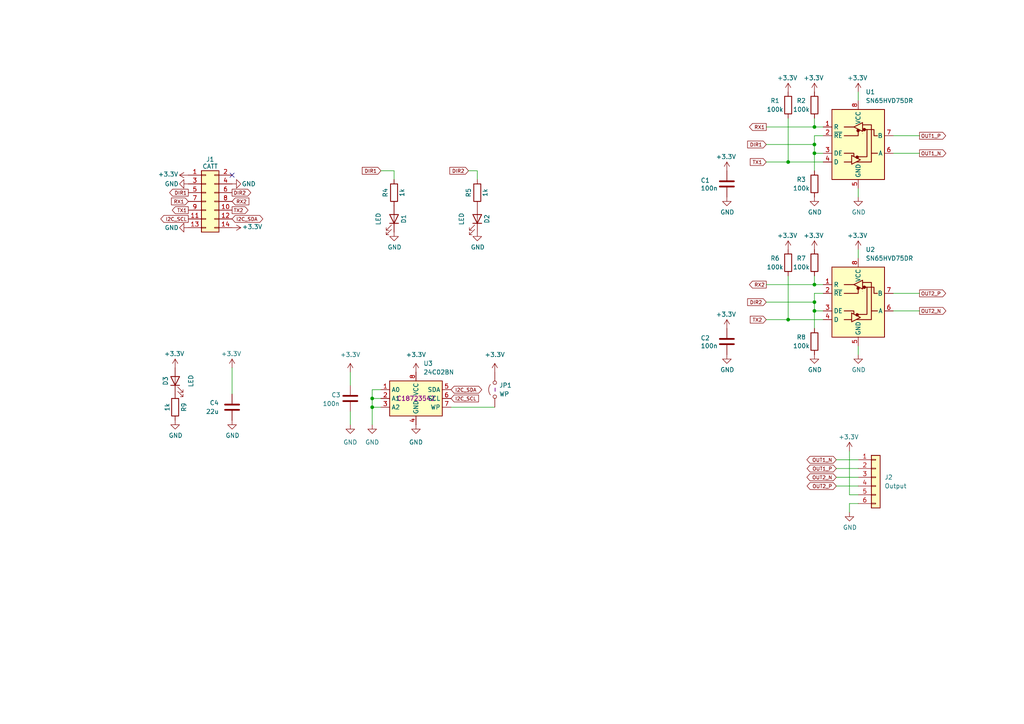
<source format=kicad_sch>
(kicad_sch (version 20250114) (generator "eeschema") (generator_version "9.0")
  (paper "A4")
  (title_block (title "CATT to RS-485 / RS-422") (date "2025-05-17") (rev "0.1") (company "Nicolai Electronics") (comment 1 "RS-485 and RS-422 adapter for the CATT connector"))
  (lib_symbols
    (symbol "Connector_Generic:Conn_01x06" (pin_names (offset 1.016) (hide yes))
      (property "Reference" "J" (at 0 7.62 0))
      (property "Value" "Conn_01x06" (at 0 -10.16 0))
      (symbol "Conn_01x06_1_1"
        (rectangle (start -1.27 6.35) (end 1.27 -8.89) (stroke (width 0.254)) (fill (type background)))
        (rectangle (start -1.27 5.207) (end 0 4.953) (stroke (width 0.1524)))
        (rectangle (start -1.27 2.667) (end 0 2.413) (stroke (width 0.1524)))
        (rectangle (start -1.27 0.127) (end 0 -0.127) (stroke (width 0.1524)))
        (rectangle (start -1.27 -2.413) (end 0 -2.667) (stroke (width 0.1524)))
        (rectangle (start -1.27 -4.953) (end 0 -5.207) (stroke (width 0.1524)))
        (rectangle (start -1.27 -7.493) (end 0 -7.747) (stroke (width 0.1524)))
        (pin passive line (at -5.08 5.08 0) (length 3.81) (name "Pin_1") (number "1"))
        (pin passive line (at -5.08 2.54 0) (length 3.81) (name "Pin_2") (number "2"))
        (pin passive line (at -5.08 0 0) (length 3.81) (name "Pin_3") (number "3"))
        (pin passive line (at -5.08 -2.54 0) (length 3.81) (name "Pin_4") (number "4"))
        (pin passive line (at -5.08 -5.08 0) (length 3.81) (name "Pin_5") (number "5"))
        (pin passive line (at -5.08 -7.62 0) (length 3.81) (name "Pin_6") (number "6"))
      )
    )
    (symbol "Connector_Generic:Conn_02x07_Odd_Even" (pin_names (offset 1.016) (hide yes))
      (property "Reference" "J" (at 1.27 10.16 0))
      (property "Value" "Conn_02x07_Odd_Even" (at 1.27 -10.16 0))
      (symbol "Conn_02x07_Odd_Even_1_1"
        (rectangle (start -1.27 8.89) (end 3.81 -8.89) (stroke (width 0.254)) (fill (type background)))
        (rectangle (start -1.27 7.747) (end 0 7.493) (stroke (width 0.1524)))
        (rectangle (start -1.27 5.207) (end 0 4.953) (stroke (width 0.1524)))
        (rectangle (start -1.27 2.667) (end 0 2.413) (stroke (width 0.1524)))
        (rectangle (start -1.27 0.127) (end 0 -0.127) (stroke (width 0.1524)))
        (rectangle (start -1.27 -2.413) (end 0 -2.667) (stroke (width 0.1524)))
        (rectangle (start -1.27 -4.953) (end 0 -5.207) (stroke (width 0.1524)))
        (rectangle (start -1.27 -7.493) (end 0 -7.747) (stroke (width 0.1524)))
        (rectangle (start 3.81 7.747) (end 2.54 7.493) (stroke (width 0.1524)))
        (rectangle (start 3.81 5.207) (end 2.54 4.953) (stroke (width 0.1524)))
        (rectangle (start 3.81 2.667) (end 2.54 2.413) (stroke (width 0.1524)))
        (rectangle (start 3.81 0.127) (end 2.54 -0.127) (stroke (width 0.1524)))
        (rectangle (start 3.81 -2.413) (end 2.54 -2.667) (stroke (width 0.1524)))
        (rectangle (start 3.81 -4.953) (end 2.54 -5.207) (stroke (width 0.1524)))
        (rectangle (start 3.81 -7.493) (end 2.54 -7.747) (stroke (width 0.1524)))
        (pin passive line (at -5.08 7.62 0) (length 3.81) (name "Pin_1") (number "1"))
        (pin passive line (at -5.08 5.08 0) (length 3.81) (name "Pin_3") (number "3"))
        (pin passive line (at -5.08 2.54 0) (length 3.81) (name "Pin_5") (number "5"))
        (pin passive line (at -5.08 0 0) (length 3.81) (name "Pin_7") (number "7"))
        (pin passive line (at -5.08 -2.54 0) (length 3.81) (name "Pin_9") (number "9"))
        (pin passive line (at -5.08 -5.08 0) (length 3.81) (name "Pin_11") (number "11"))
        (pin passive line (at -5.08 -7.62 0) (length 3.81) (name "Pin_13") (number "13"))
        (pin passive line (at 7.62 7.62 180) (length 3.81) (name "Pin_2") (number "2"))
        (pin passive line (at 7.62 5.08 180) (length 3.81) (name "Pin_4") (number "4"))
        (pin passive line (at 7.62 2.54 180) (length 3.81) (name "Pin_6") (number "6"))
        (pin passive line (at 7.62 0 180) (length 3.81) (name "Pin_8") (number "8"))
        (pin passive line (at 7.62 -2.54 180) (length 3.81) (name "Pin_10") (number "10"))
        (pin passive line (at 7.62 -5.08 180) (length 3.81) (name "Pin_12") (number "12"))
        (pin passive line (at 7.62 -7.62 180) (length 3.81) (name "Pin_14") (number "14"))
      )
    )
    (symbol "Device:C" (pin_numbers (hide yes)) (pin_names (offset 0.254))
      (property "Reference" "C" (at 0.635 2.54 0))
      (property "Value" "C" (at 0.635 -2.54 0))
      (symbol "C_0_1"
        (polyline (pts (xy -2.032 0.762) (xy 2.032 0.762)) (stroke (width 0.508)))
        (polyline (pts (xy -2.032 -0.762) (xy 2.032 -0.762)) (stroke (width 0.508)))
      )
      (symbol "C_1_1"
        (pin passive line (at 0 3.81 270) (length 2.794) (name "~") (number "1"))
        (pin passive line (at 0 -3.81 90) (length 2.794) (name "~") (number "2"))
      )
    )
    (symbol "Device:R" (pin_numbers (hide yes)) (pin_names (offset 0))
      (property "Reference" "R" (at 2.032 0 90))
      (property "Value" "R" (at 0 0 90))
      (symbol "R_0_1"
        (rectangle (start -1.016 -2.54) (end 1.016 2.54) (stroke (width 0.254)))
      )
      (symbol "R_1_1"
        (pin passive line (at 0 3.81 270) (length 1.27) (name "~") (number "1"))
        (pin passive line (at 0 -3.81 90) (length 1.27) (name "~") (number "2"))
      )
    )
    (symbol "Interface_UART:SN65HVD11HD"
      (property "Reference" "U" (at -7.62 12.7 0))
      (property "Value" "SN65HVD11HD" (at 2.54 12.7 0))
      (symbol "SN65HVD11HD_0_1"
        (rectangle (start -7.62 10.16) (end 7.62 -10.16) (stroke (width 0.254)) (fill (type background)))
        (polyline (pts (xy -4.064 5.08) (xy -1.27 5.08)) (stroke (width 0.254)))
        (polyline (pts (xy -4.064 -2.54) (xy -1.27 -2.54) (xy -1.27 -3.175)) (stroke (width 0.254)))
        (polyline (pts (xy -4.064 -5.08) (xy -1.905 -5.08)) (stroke (width 0.254)))
        (polyline (pts (xy -1.905 -3.175) (xy -1.905 -5.715) (xy 0.635 -4.445) (xy -1.905 -3.175)) (stroke (width 0.254)))
        (polyline (pts (xy -1.27 5.08) (xy 1.27 6.35) (xy 1.27 3.81) (xy -1.27 5.08)) (stroke (width 0.254)))
        (polyline (pts (xy -1.27 -3.2004) (xy -1.27 -3.4544)) (stroke (width 0.254)))
        (polyline (pts (xy -0.508 -5.08) (xy 3.81 -5.08) (xy 3.81 -2.54) (xy 5.588 -2.54)) (stroke (width 0.254)))
        (circle (center -0.3048 -3.683) (radius 0.3556) (stroke (width 0.254)) (fill (type outline)))
        (circle (center -0.0254 4.0386) (radius 0.3556) (stroke (width 0.254)) (fill (type outline)))
        (polyline (pts (xy 0 3.81) (xy 0 2.54) (xy -4.064 2.54)) (stroke (width 0.254)))
        (polyline (pts (xy 1.27 5.715) (xy 3.81 5.715) (xy 3.81 -2.54)) (stroke (width 0.254)))
        (rectangle (start 1.27 3.175) (end 1.27 3.175))
        (circle (center 1.778 4.318) (radius 0.3556) (stroke (width 0.254)) (fill (type outline)))
        (polyline (pts (xy 2.032 4.318) (xy 4.572 4.318) (xy 4.572 2.54) (xy 5.588 2.54)) (stroke (width 0.254)))
        (polyline (pts (xy 2.54 4.318) (xy 2.54 -3.556) (xy -0.254 -3.556)) (stroke (width 0.254)))
      )
      (symbol "SN65HVD11HD_1_1"
        (pin output line (at -10.16 5.08 0) (length 2.54) (name "R") (number "1"))
        (pin input line (at -10.16 2.54 0) (length 2.54) (name "~{RE}") (number "2"))
        (pin input line (at -10.16 -2.54 0) (length 2.54) (name "DE") (number "3"))
        (pin input line (at -10.16 -5.08 0) (length 2.54) (name "D") (number "4"))
        (pin power_in line (at 0 12.7 270) (length 2.54) (name "VCC") (number "8"))
        (pin power_in line (at 0 -12.7 90) (length 2.54) (name "GND") (number "5"))
        (pin bidirectional line (at 10.16 2.54 180) (length 2.54) (name "B") (number "7"))
        (pin bidirectional line (at 10.16 -2.54 180) (length 2.54) (name "A") (number "6"))
      )
    )
    (symbol "Jumper:Jumper_2_Open" (pin_numbers (hide yes)) (pin_names (offset 0) (hide yes)) (exclude_from_sim yes)
      (property "Reference" "JP" (at 0 2.794 0))
      (property "Value" "Jumper_2_Open" (at 0 -2.286 0))
      (symbol "Jumper_2_Open_0_0"
        (circle (center -2.032 0) (radius 0.508))
        (circle (center 2.032 0) (radius 0.508))
      )
      (symbol "Jumper_2_Open_0_1"
        (arc (start -1.524 1.27) (mid 0 1.778) (end 1.524 1.27))
      )
      (symbol "Jumper_2_Open_1_1"
        (pin passive line (at -5.08 0 0) (length 2.54) (name "A") (number "1"))
        (pin passive line (at 5.08 0 180) (length 2.54) (name "B") (number "2"))
      )
    )
    (symbol "Memory_EEPROM:AT24CS64-SSHM"
      (property "Reference" "U" (at -7.62 6.35 0))
      (property "Value" "AT24CS64-SSHM" (at 2.54 -6.35 0))
      (symbol "AT24CS64-SSHM_1_1"
        (rectangle (start -7.62 5.08) (end 7.62 -5.08) (stroke (width 0.254)) (fill (type background)))
        (pin input line (at -10.16 2.54 0) (length 2.54) (name "A0") (number "1"))
        (pin input line (at -10.16 0 0) (length 2.54) (name "A1") (number "2"))
        (pin input line (at -10.16 -2.54 0) (length 2.54) (name "A2") (number "3"))
        (pin power_in line (at 0 7.62 270) (length 2.54) (name "VCC") (number "8"))
        (pin power_in line (at 0 -7.62 90) (length 2.54) (name "GND") (number "4"))
        (pin bidirectional line (at 10.16 2.54 180) (length 2.54) (name "SDA") (number "5"))
        (pin input line (at 10.16 0 180) (length 2.54) (name "SCL") (number "6"))
        (pin input line (at 10.16 -2.54 180) (length 2.54) (name "WP") (number "7"))
      )
    )
    (symbol "SparkFun-LED:LED" (pin_numbers (hide yes)) (pin_names (offset 1.016) (hide yes))
      (property "Reference" "D" (at 0 2.54 0))
      (property "Value" "LED" (at 0 -2.54 0))
      (symbol "LED_0_1"
        (polyline (pts (xy -3.048 -0.762) (xy -4.572 -2.286) (xy -3.81 -2.286) (xy -4.572 -2.286) (xy -4.572 -1.524)))
        (polyline (pts (xy -1.778 -0.762) (xy -3.302 -2.286) (xy -2.54 -2.286) (xy -3.302 -2.286) (xy -3.302 -1.524)))
        (polyline (pts (xy -1.27 0) (xy 1.27 0)))
        (polyline (pts (xy -1.27 -1.27) (xy -1.27 1.27)) (stroke (width 0.254)))
        (polyline (pts (xy 1.27 -1.27) (xy 1.27 1.27) (xy -1.27 0) (xy 1.27 -1.27)) (stroke (width 0.254)))
      )
      (symbol "LED_1_1"
        (pin passive line (at -3.81 0 0) (length 2.54) (name "K") (number "1"))
        (pin passive line (at 3.81 0 180) (length 2.54) (name "A") (number "2"))
      )
    )
    (symbol "mch2021-rescue:C-Device" (pin_numbers (hide yes)) (pin_names (offset 0.254))
      (property "Reference" "C" (at 0.635 2.54 0))
      (property "Value" "C-Device" (at 0.635 -2.54 0))
      (symbol "C-Device_0_1"
        (polyline (pts (xy -2.032 0.762) (xy 2.032 0.762)) (stroke (width 0.508)))
        (polyline (pts (xy -2.032 -0.762) (xy 2.032 -0.762)) (stroke (width 0.508)))
      )
      (symbol "C-Device_1_1"
        (pin passive line (at 0 3.81 270) (length 2.794) (name "~") (number "1"))
        (pin passive line (at 0 -3.81 90) (length 2.794) (name "~") (number "2"))
      )
    )
    (symbol "mch2021-rescue:GND-power" (power) (pin_names (offset 0))
      (property "Value" "GND-power" (at 0 -3.81 0))
      (symbol "GND-power_0_1"
        (polyline (pts (xy 0 0) (xy 0 -1.27) (xy 1.27 -1.27) (xy 0 -2.54) (xy -1.27 -1.27) (xy 0 -1.27)))
      )
      (symbol "GND-power_1_1"
        (pin power_in line (at 0 0 270) (length 0) (hide yes) (name "GND") (number "1"))
      )
    )
    (symbol "power:+3.3V" (power) (pin_names (offset 0))
      (property "Value" "+3.3V" (at 0 3.556 0))
      (symbol "+3.3V_0_1"
        (polyline (pts (xy -0.762 1.27) (xy 0 2.54)))
        (polyline (pts (xy 0 2.54) (xy 0.762 1.27)))
        (polyline (pts (xy 0 0) (xy 0 2.54)))
      )
      (symbol "+3.3V_1_1"
        (pin power_in line (at 0 0 90) (length 0) (hide yes) (name "+3.3V") (number "1"))
      )
    )
    (symbol "power:GND" (power) (pin_numbers (hide yes)) (pin_names (offset 0) (hide yes))
      (property "Value" "GND" (at 0 -3.81 0))
      (symbol "GND_0_1"
        (polyline (pts (xy 0 0) (xy 0 -1.27) (xy 1.27 -1.27) (xy 0 -2.54) (xy -1.27 -1.27) (xy 0 -1.27)))
      )
      (symbol "GND_1_1"
        (pin power_in line (at 0 0 270) (length 0) (name "~") (number "1"))
      )
    )
    (symbol "power:GNDA" (power) (pin_numbers (hide yes)) (pin_names (offset 0) (hide yes))
      (property "Value" "GNDA" (at 0 -3.81 0))
      (symbol "GNDA_0_1"
        (polyline (pts (xy 0 0) (xy 0 -1.27) (xy 1.27 -1.27) (xy 0 -2.54) (xy -1.27 -1.27) (xy 0 -1.27)))
      )
      (symbol "GNDA_1_1"
        (pin power_in line (at 0 0 270) (length 0) (name "~") (number "1"))
      )
    )
    (symbol "symbols:R" (pin_numbers (hide yes)) (pin_names (offset 0))
      (property "Reference" "R" (at 2.032 0 90))
      (property "Value" "R" (at 0 0 90))
      (symbol "R_0_1"
        (rectangle (start -1.016 -2.54) (end 1.016 2.54) (stroke (width 0.254)))
      )
      (symbol "R_1_1"
        (pin passive line (at 0 3.81 270) (length 1.27) (name "~") (number "1"))
        (pin passive line (at 0 -3.81 90) (length 1.27) (name "~") (number "2"))
      )
    )
  )
  (junction (at 236.22 41.91))
  (junction (at 107.95 115.57))
  (junction (at 236.22 87.63))
  (junction (at 228.6 46.99))
  (junction (at 236.22 36.83))
  (junction (at 236.22 82.55))
  (junction (at 228.6 92.71))
  (junction (at 236.22 90.17))
  (junction (at 236.22 44.45))
  (junction (at 107.95 118.11))
  (no_connect (at 67.31 50.8))
  (wire (pts (xy 228.6 80.01) (xy 228.6 92.71)))
  (wire (pts (xy 266.7 85.09) (xy 259.08 85.09)))
  (wire (pts (xy 222.25 92.71) (xy 228.6 92.71)))
  (wire (pts (xy 135.89 49.53) (xy 138.43 49.53)))
  (wire (pts (xy 67.31 106.68) (xy 67.31 114.3)))
  (wire (pts (xy 222.25 46.99) (xy 228.6 46.99)))
  (wire (pts (xy 236.22 44.45) (xy 238.76 44.45)))
  (wire (pts (xy 242.57 140.97) (xy 248.92 140.97)))
  (wire (pts (xy 236.22 80.01) (xy 236.22 82.55)))
  (wire (pts (xy 248.92 26.67) (xy 248.92 29.21)))
  (wire (pts (xy 236.22 87.63) (xy 236.22 90.17)))
  (wire (pts (xy 101.6 123.19) (xy 101.6 119.38)))
  (wire (pts (xy 246.38 148.59) (xy 246.38 146.05)))
  (wire (pts (xy 242.57 135.89) (xy 248.92 135.89)))
  (wire (pts (xy 236.22 39.37) (xy 236.22 41.91)))
  (wire (pts (xy 110.49 49.53) (xy 114.3 49.53)))
  (wire (pts (xy 236.22 95.25) (xy 236.22 90.17)))
  (wire (pts (xy 107.95 118.11) (xy 110.49 118.11)))
  (wire (pts (xy 248.92 72.39) (xy 248.92 74.93)))
  (wire (pts (xy 259.08 44.45) (xy 266.7 44.45)))
  (wire (pts (xy 238.76 39.37) (xy 236.22 39.37)))
  (wire (pts (xy 107.95 113.03) (xy 110.49 113.03)))
  (wire (pts (xy 222.25 41.91) (xy 236.22 41.91)))
  (wire (pts (xy 107.95 123.19) (xy 107.95 118.11)))
  (wire (pts (xy 266.7 39.37) (xy 259.08 39.37)))
  (wire (pts (xy 222.25 36.83) (xy 236.22 36.83)))
  (wire (pts (xy 107.95 115.57) (xy 110.49 115.57)))
  (wire (pts (xy 248.92 102.87) (xy 248.92 100.33)))
  (wire (pts (xy 238.76 46.99) (xy 228.6 46.99)))
  (wire (pts (xy 114.3 52.07) (xy 114.3 49.53)))
  (wire (pts (xy 242.57 138.43) (xy 248.92 138.43)))
  (wire (pts (xy 236.22 41.91) (xy 236.22 44.45)))
  (wire (pts (xy 236.22 36.83) (xy 238.76 36.83)))
  (wire (pts (xy 236.22 85.09) (xy 236.22 87.63)))
  (wire (pts (xy 246.38 143.51) (xy 248.92 143.51)))
  (wire (pts (xy 130.81 118.11) (xy 143.51 118.11)))
  (wire (pts (xy 222.25 82.55) (xy 236.22 82.55)))
  (wire (pts (xy 246.38 146.05) (xy 248.92 146.05)))
  (wire (pts (xy 242.57 133.35) (xy 248.92 133.35)))
  (wire (pts (xy 138.43 49.53) (xy 138.43 52.07)))
  (wire (pts (xy 236.22 49.53) (xy 236.22 44.45)))
  (wire (pts (xy 248.92 57.15) (xy 248.92 54.61)))
  (wire (pts (xy 107.95 115.57) (xy 107.95 113.03)))
  (wire (pts (xy 236.22 90.17) (xy 238.76 90.17)))
  (wire (pts (xy 238.76 92.71) (xy 228.6 92.71)))
  (wire (pts (xy 236.22 82.55) (xy 238.76 82.55)))
  (wire (pts (xy 222.25 87.63) (xy 236.22 87.63)))
  (wire (pts (xy 228.6 34.29) (xy 228.6 46.99)))
  (wire (pts (xy 246.38 130.81) (xy 246.38 143.51)))
  (wire (pts (xy 101.6 107.95) (xy 101.6 111.76)))
  (wire (pts (xy 238.76 85.09) (xy 236.22 85.09)))
  (wire (pts (xy 107.95 118.11) (xy 107.95 115.57)))
  (wire (pts (xy 236.22 34.29) (xy 236.22 36.83)))
  (wire (pts (xy 259.08 90.17) (xy 266.7 90.17)))
  (global_label "OUT1_P" (shape output) (at 266.7 39.37 0) (effects (font (size 1.016 1.016))) (property "Intersheetrefs" "${INTERSHEET_REFS}" (effects (hide yes))))
  (global_label "OUT2_N" (shape bidirectional) (at 242.57 138.43 180) (effects (font (size 1.016 1.016))) (property "Intersheetrefs" "${INTERSHEET_REFS}" (effects (hide yes))))
  (global_label "TX1" (shape input) (at 222.25 46.99 180) (effects (font (size 1.016 1.016))) (property "Intersheetrefs" "${INTERSHEET_REFS}" (effects (hide yes))))
  (global_label "DIR1" (shape input) (at 110.49 49.53 180) (effects (font (size 1.016 1.016))) (property "Intersheetrefs" "${INTERSHEET_REFS}" (effects (hide yes))))
  (global_label "RX1" (shape input) (at 54.61 58.42 180) (effects (font (size 1.016 1.016))) (property "Intersheetrefs" "${INTERSHEET_REFS}" (effects (hide yes))))
  (global_label "I2C_SDA" (shape bidirectional) (at 67.31 63.5 0) (effects (font (size 1.016 1.016))) (property "Intersheetrefs" "${INTERSHEET_REFS}" (effects (hide yes))))
  (global_label "DIR1" (shape output) (at 54.61 55.88 180) (effects (font (size 1.016 1.016))) (property "Intersheetrefs" "${INTERSHEET_REFS}" (effects (hide yes))))
  (global_label "OUT1_P" (shape bidirectional) (at 242.57 135.89 180) (effects (font (size 1.016 1.016))) (property "Intersheetrefs" "${INTERSHEET_REFS}" (effects (hide yes))))
  (global_label "OUT1_N" (shape bidirectional) (at 242.57 133.35 180) (effects (font (size 1.016 1.016))) (property "Intersheetrefs" "${INTERSHEET_REFS}" (effects (hide yes))))
  (global_label "RX2" (shape output) (at 222.25 82.55 180) (effects (font (size 1.016 1.016))) (property "Intersheetrefs" "${INTERSHEET_REFS}" (effects (hide yes))))
  (global_label "OUT2_P" (shape output) (at 266.7 85.09 0) (effects (font (size 1.016 1.016))) (property "Intersheetrefs" "${INTERSHEET_REFS}" (effects (hide yes))))
  (global_label "DIR2" (shape output) (at 67.31 55.88 0) (effects (font (size 1.016 1.016))) (property "Intersheetrefs" "${INTERSHEET_REFS}" (effects (hide yes))))
  (global_label "DIR2" (shape input) (at 135.89 49.53 180) (effects (font (size 1.016 1.016))) (property "Intersheetrefs" "${INTERSHEET_REFS}" (effects (hide yes))))
  (global_label "DIR1" (shape input) (at 222.25 41.91 180) (effects (font (size 1.016 1.016))) (property "Intersheetrefs" "${INTERSHEET_REFS}" (effects (hide yes))))
  (global_label "I2C_SCL" (shape output) (at 54.61 63.5 180) (effects (font (size 1.016 1.016))) (property "Intersheetrefs" "${INTERSHEET_REFS}" (effects (hide yes))))
  (global_label "I2C_SDA" (shape bidirectional) (at 130.81 113.03 0) (effects (font (size 1.016 1.016))) (property "Intersheetrefs" "${INTERSHEET_REFS}" (effects (hide yes))))
  (global_label "OUT2_N" (shape output) (at 266.7 90.17 0) (effects (font (size 1.016 1.016))) (property "Intersheetrefs" "${INTERSHEET_REFS}" (effects (hide yes))))
  (global_label "RX1" (shape output) (at 222.25 36.83 180) (effects (font (size 1.016 1.016))) (property "Intersheetrefs" "${INTERSHEET_REFS}" (effects (hide yes))))
  (global_label "DIR2" (shape input) (at 222.25 87.63 180) (effects (font (size 1.016 1.016))) (property "Intersheetrefs" "${INTERSHEET_REFS}" (effects (hide yes))))
  (global_label "TX2" (shape output) (at 67.31 60.96 0) (effects (font (size 1.016 1.016))) (property "Intersheetrefs" "${INTERSHEET_REFS}" (effects (hide yes))))
  (global_label "TX1" (shape output) (at 54.61 60.96 180) (effects (font (size 1.016 1.016))) (property "Intersheetrefs" "${INTERSHEET_REFS}" (effects (hide yes))))
  (global_label "OUT2_P" (shape bidirectional) (at 242.57 140.97 180) (effects (font (size 1.016 1.016))) (property "Intersheetrefs" "${INTERSHEET_REFS}" (effects (hide yes))))
  (global_label "TX2" (shape input) (at 222.25 92.71 180) (effects (font (size 1.016 1.016))) (property "Intersheetrefs" "${INTERSHEET_REFS}" (effects (hide yes))))
  (global_label "I2C_SCL" (shape input) (at 130.81 115.57 0) (effects (font (size 1.016 1.016))) (property "Intersheetrefs" "${INTERSHEET_REFS}" (effects (hide yes))))
  (global_label "OUT1_N" (shape output) (at 266.7 44.45 0) (effects (font (size 1.016 1.016))) (property "Intersheetrefs" "${INTERSHEET_REFS}" (effects (hide yes))))
  (global_label "RX2" (shape input) (at 67.31 58.42 0) (effects (font (size 1.016 1.016))) (property "Intersheetrefs" "${INTERSHEET_REFS}" (effects (hide yes))))
  (symbol (lib_id "symbols:R") (at 236.22 76.2 0) (mirror x) (unit 1)
    (property "Reference" "R7" (at 232.41 74.93 0))
    (property "Value" "100k" (at 232.41 77.47 0))
    (property "Footprint" "Resistor_SMD:R_0402_1005Metric" (effects (hide yes)))
    (property "Datasheet" "https://datasheet.lcsc.com/lcsc/2110260030_UNI-ROYAL-Uniroyal-Elec-0402WGF1003TCE_C25741.pdf" (effects (hide yes)))
    (property "LCSC" "C25741" (effects (hide yes)))
  )
  (symbol (lib_id "mch2021-rescue:GND-power") (at 246.38 148.59 0) (unit 1)
    (property "Reference" "#PWR033" (effects (hide yes)))
    (property "Value" "GND" (at 246.507 152.9842 0))
  )
  (symbol (lib_id "power:+3.3V") (at 120.65 107.95 0) (unit 1)
    (property "Reference" "#PWR025" (effects (hide yes)))
    (property "Value" "+3.3V" (at 120.65 102.87 0))
    (property "Description" "Power symbol creates a global label with name \"+3.3V\"" (effects (hide yes)))
  )
  (symbol (lib_id "mch2021-rescue:GND-power") (at 50.8 121.92 0) (unit 1)
    (property "Reference" "#PWR027" (effects (hide yes)))
    (property "Value" "GND" (at 50.927 126.3142 0))
  )
  (symbol (lib_id "power:GND") (at 120.65 123.19 0) (unit 1)
    (property "Reference" "#PWR031" (effects (hide yes)))
    (property "Value" "GND" (at 120.65 128.27 0))
    (property "Description" "Power symbol creates a global label with name \"GND\" , ground" (effects (hide yes)))
  )
  (symbol (lib_id "Connector_Generic:Conn_01x06") (at 254 138.43 0) (unit 1)
    (property "Reference" "J2" (at 256.54 138.4299 0) (effects (justify left)))
    (property "Value" "Output" (at 256.54 140.9699 0) (effects (justify left)))
    (property "Footprint" "library:CONN-TH_WJ15EDGRC-3.81-6P" (effects (hide yes)))
  )
  (symbol (lib_id "SparkFun-LED:LED") (at 138.43 63.5 270) (mirror x) (unit 1)
    (property "Reference" "D2" (at 141.224 63.5 0))
    (property "Value" "LED" (at 133.858 63.5 0))
    (property "Footprint" "LED_SMD:LED_0603_1608Metric" (effects (hide yes)))
    (property "Datasheet" "https://jlcpcb.com/partdetail/C7496820" (effects (hide yes)))
    (property "LCSC" "C7496820" (effects (hide yes)))
  )
  (symbol (lib_id "mch2021-rescue:GND-power") (at 54.61 53.34 270) (mirror x) (unit 1)
    (property "Reference" "#PWR06" (effects (hide yes)))
    (property "Value" "GND" (at 49.784 53.34 90))
  )
  (symbol (lib_id "Jumper:Jumper_2_Open") (at 143.51 113.03 90) (unit 1) (in_bom no)
    (property "Reference" "JP1" (at 144.78 111.7599 90) (effects (justify right)))
    (property "Value" "WP" (at 144.78 114.2999 90) (effects (justify right)))
    (property "Footprint" "Jumper:SolderJumper-2_P1.3mm_Open_TrianglePad1.0x1.5mm" (effects (hide yes)))
    (property "Datasheet" "-" (effects (hide yes)))
    (property "LCSC" "-" (at 143.51 113.03 0))
  )
  (symbol (lib_id "power:+3.3V") (at 210.82 95.25 0) (unit 1)
    (property "Reference" "#PWR018" (effects (hide yes)))
    (property "Value" "+3.3V" (at 210.566 91.186 0))
    (property "Description" "Power symbol creates a global label with name \"+3.3V\"" (effects (hide yes)))
  )
  (symbol (lib_id "power:+3.3V") (at 67.31 106.68 0) (unit 1)
    (property "Reference" "#PWR023" (effects (hide yes)))
    (property "Value" "+3.3V" (at 67.056 102.616 0))
    (property "Description" "Power symbol creates a global label with name \"+3.3V\"" (effects (hide yes)))
  )
  (symbol (lib_id "Device:R") (at 114.3 55.88 0) (unit 1)
    (property "Reference" "R4" (at 111.76 55.88 90))
    (property "Value" "1k" (at 116.586 55.88 90))
    (property "Footprint" "Resistor_SMD:R_0402_1005Metric" (effects (hide yes)))
    (property "Datasheet" "https://www.lcsc.com/product-detail/Chip-Resistor-Surface-Mount_UNI-ROYAL-Uniroyal-Elec-0402WGF2201TCE_C25879.html" (effects (hide yes)))
    (property "LCSC" "C11702" (effects (hide yes)))
  )
  (symbol (lib_id "power:+3.3V") (at 236.22 26.67 0) (unit 1)
    (property "Reference" "#PWR02" (effects (hide yes)))
    (property "Value" "+3.3V" (at 235.966 22.606 0))
    (property "Description" "Power symbol creates a global label with name \"+3.3V\"" (effects (hide yes)))
  )
  (symbol (lib_id "power:+3.3V") (at 228.6 26.67 0) (unit 1)
    (property "Reference" "#PWR01" (effects (hide yes)))
    (property "Value" "+3.3V" (at 228.346 22.606 0))
    (property "Description" "Power symbol creates a global label with name \"+3.3V\"" (effects (hide yes)))
  )
  (symbol (lib_id "symbols:R") (at 236.22 30.48 0) (mirror x) (unit 1)
    (property "Reference" "R2" (at 232.41 29.21 0))
    (property "Value" "100k" (at 232.41 31.75 0))
    (property "Footprint" "Resistor_SMD:R_0402_1005Metric" (effects (hide yes)))
    (property "Datasheet" "https://datasheet.lcsc.com/lcsc/2110260030_UNI-ROYAL-Uniroyal-Elec-0402WGF1003TCE_C25741.pdf" (effects (hide yes)))
    (property "LCSC" "C25741" (effects (hide yes)))
  )
  (symbol (lib_id "mch2021-rescue:GND-power") (at 114.3 67.31 0) (unit 1)
    (property "Reference" "#PWR013" (effects (hide yes)))
    (property "Value" "GND" (at 114.427 71.7042 0))
  )
  (symbol (lib_id "SparkFun-LED:LED") (at 50.8 110.49 90) (unit 1)
    (property "Reference" "D3" (at 48.006 110.49 0))
    (property "Value" "LED" (at 55.372 110.49 0))
    (property "Footprint" "LED_SMD:LED_0603_1608Metric" (effects (hide yes)))
    (property "Datasheet" "https://jlcpcb.com/partdetail/C7496820" (effects (hide yes)))
    (property "LCSC" "C7496820" (effects (hide yes)))
  )
  (symbol (lib_id "power:+3.3V") (at 246.38 130.81 0) (unit 1)
    (property "Reference" "#PWR032" (effects (hide yes)))
    (property "Value" "+3.3V" (at 246.126 126.746 0))
    (property "Description" "Power symbol creates a global label with name \"+3.3V\"" (effects (hide yes)))
  )
  (symbol (lib_id "power:+3.3V") (at 236.22 72.39 0) (unit 1)
    (property "Reference" "#PWR016" (effects (hide yes)))
    (property "Value" "+3.3V" (at 235.966 68.326 0))
    (property "Description" "Power symbol creates a global label with name \"+3.3V\"" (effects (hide yes)))
  )
  (symbol (lib_id "power:GNDA") (at 101.6 123.19 0) (unit 1)
    (property "Reference" "#PWR029" (effects (hide yes)))
    (property "Value" "GND" (at 101.6 128.27 0))
    (property "Description" "Power symbol creates a global label with name \"GNDA\" , analog ground" (effects (hide yes)))
  )
  (symbol (lib_id "power:+3.3V") (at 50.8 106.68 0) (unit 1)
    (property "Reference" "#PWR022" (effects (hide yes)))
    (property "Value" "+3.3V" (at 50.546 102.616 0))
    (property "Description" "Power symbol creates a global label with name \"+3.3V\"" (effects (hide yes)))
  )
  (symbol (lib_id "mch2021-rescue:GND-power") (at 210.82 102.87 0) (unit 1)
    (property "Reference" "#PWR019" (effects (hide yes)))
    (property "Value" "GND" (at 210.947 107.2642 0))
  )
  (symbol (lib_id "symbols:R") (at 228.6 76.2 0) (mirror x) (unit 1)
    (property "Reference" "R6" (at 224.79 74.93 0))
    (property "Value" "100k" (at 224.79 77.47 0))
    (property "Footprint" "Resistor_SMD:R_0402_1005Metric" (effects (hide yes)))
    (property "Datasheet" "https://datasheet.lcsc.com/lcsc/2110260030_UNI-ROYAL-Uniroyal-Elec-0402WGF1003TCE_C25741.pdf" (effects (hide yes)))
    (property "LCSC" "C25741" (effects (hide yes)))
  )
  (symbol (lib_id "symbols:R") (at 236.22 99.06 0) (mirror x) (unit 1)
    (property "Reference" "R8" (at 232.41 97.79 0))
    (property "Value" "100k" (at 232.41 100.33 0))
    (property "Footprint" "Resistor_SMD:R_0402_1005Metric" (effects (hide yes)))
    (property "Datasheet" "https://datasheet.lcsc.com/lcsc/2110260030_UNI-ROYAL-Uniroyal-Elec-0402WGF1003TCE_C25741.pdf" (effects (hide yes)))
    (property "LCSC" "C25741" (effects (hide yes)))
  )
  (symbol (lib_id "symbols:R") (at 228.6 30.48 0) (mirror x) (unit 1)
    (property "Reference" "R1" (at 224.79 29.21 0))
    (property "Value" "100k" (at 224.79 31.75 0))
    (property "Footprint" "Resistor_SMD:R_0402_1005Metric" (effects (hide yes)))
    (property "Datasheet" "https://datasheet.lcsc.com/lcsc/2110260030_UNI-ROYAL-Uniroyal-Elec-0402WGF1003TCE_C25741.pdf" (effects (hide yes)))
    (property "LCSC" "C25741" (effects (hide yes)))
  )
  (symbol (lib_id "SparkFun-LED:LED") (at 114.3 63.5 270) (mirror x) (unit 1)
    (property "Reference" "D1" (at 117.094 63.5 0))
    (property "Value" "LED" (at 109.728 63.5 0))
    (property "Footprint" "LED_SMD:LED_0603_1608Metric" (effects (hide yes)))
    (property "Datasheet" "https://jlcpcb.com/partdetail/C7496820" (effects (hide yes)))
    (property "LCSC" "C7496820" (effects (hide yes)))
  )
  (symbol (lib_id "power:+3.3V") (at 54.61 50.8 90) (mirror x) (unit 1)
    (property "Reference" "#PWR05" (effects (hide yes)))
    (property "Value" "+3.3V" (at 48.768 50.546 90))
    (property "Description" "Power symbol creates a global label with name \"+3.3V\"" (effects (hide yes)))
  )
  (symbol (lib_id "power:+3.3V") (at 248.92 26.67 0) (unit 1)
    (property "Reference" "#PWR03" (effects (hide yes)))
    (property "Value" "+3.3V" (at 248.666 22.606 0))
    (property "Description" "Power symbol creates a global label with name \"+3.3V\"" (effects (hide yes)))
  )
  (symbol (lib_id "mch2021-rescue:GND-power") (at 67.31 121.92 0) (unit 1)
    (property "Reference" "#PWR028" (effects (hide yes)))
    (property "Value" "GND" (at 67.437 126.3142 0))
  )
  (symbol (lib_id "power:+3.3V") (at 67.31 66.04 270) (unit 1)
    (property "Reference" "#PWR012" (effects (hide yes)))
    (property "Value" "+3.3V" (at 73.152 65.786 90))
    (property "Description" "Power symbol creates a global label with name \"+3.3V\"" (effects (hide yes)))
  )
  (symbol (lib_id "power:GND") (at 107.95 123.19 0) (unit 1)
    (property "Reference" "#PWR030" (effects (hide yes)))
    (property "Value" "GND" (at 107.95 128.27 0))
    (property "Description" "Power symbol creates a global label with name \"GND\" , ground" (effects (hide yes)))
  )
  (symbol (lib_id "power:+3.3V") (at 248.92 72.39 0) (unit 1)
    (property "Reference" "#PWR017" (effects (hide yes)))
    (property "Value" "+3.3V" (at 248.666 68.326 0))
    (property "Description" "Power symbol creates a global label with name \"+3.3V\"" (effects (hide yes)))
  )
  (symbol (lib_id "mch2021-rescue:GND-power") (at 54.61 66.04 270) (unit 1)
    (property "Reference" "#PWR011" (effects (hide yes)))
    (property "Value" "GND" (at 49.784 66.04 90))
  )
  (symbol (lib_id "Device:R") (at 138.43 55.88 0) (unit 1)
    (property "Reference" "R5" (at 135.89 55.88 90))
    (property "Value" "1k" (at 140.716 55.88 90))
    (property "Footprint" "Resistor_SMD:R_0402_1005Metric" (effects (hide yes)))
    (property "Datasheet" "https://www.lcsc.com/product-detail/Chip-Resistor-Surface-Mount_UNI-ROYAL-Uniroyal-Elec-0402WGF2201TCE_C25879.html" (effects (hide yes)))
    (property "LCSC" "C11702" (effects (hide yes)))
  )
  (symbol (lib_id "mch2021-rescue:GND-power") (at 236.22 57.15 0) (unit 1)
    (property "Reference" "#PWR09" (effects (hide yes)))
    (property "Value" "GND" (at 236.347 61.5442 0))
  )
  (symbol (lib_id "symbols:R") (at 236.22 53.34 0) (mirror x) (unit 1)
    (property "Reference" "R3" (at 232.41 52.07 0))
    (property "Value" "100k" (at 232.41 54.61 0))
    (property "Footprint" "Resistor_SMD:R_0402_1005Metric" (effects (hide yes)))
    (property "Datasheet" "https://datasheet.lcsc.com/lcsc/2110260030_UNI-ROYAL-Uniroyal-Elec-0402WGF1003TCE_C25741.pdf" (effects (hide yes)))
    (property "LCSC" "C25741" (effects (hide yes)))
  )
  (symbol (lib_id "mch2021-rescue:GND-power") (at 248.92 102.87 0) (unit 1)
    (property "Reference" "#PWR021" (effects (hide yes)))
    (property "Value" "GND" (at 249.047 107.2642 0))
  )
  (symbol (lib_id "Connector_Generic:Conn_02x07_Odd_Even") (at 59.69 58.42 0) (unit 1)
    (property "Reference" "J1" (at 60.96 46.228 0))
    (property "Value" "CATT" (at 60.96 48.26 0))
    (property "Footprint" "Connector_PinHeader_2.54mm:PinHeader_2x07_P2.54mm_Horizontal" (effects (hide yes)))
    (property "Datasheet" "https://jlcpcb.com/partdetail/Xfcn-PZ254R_1214P/C492435" (effects (hide yes)))
    (property "LCSC" "C492435" (effects (hide yes)))
  )
  (symbol (lib_id "mch2021-rescue:GND-power") (at 248.92 57.15 0) (unit 1)
    (property "Reference" "#PWR010" (effects (hide yes)))
    (property "Value" "GND" (at 249.047 61.5442 0))
  )
  (symbol (lib_id "power:+3.3V") (at 228.6 72.39 0) (unit 1)
    (property "Reference" "#PWR015" (effects (hide yes)))
    (property "Value" "+3.3V" (at 228.346 68.326 0))
    (property "Description" "Power symbol creates a global label with name \"+3.3V\"" (effects (hide yes)))
  )
  (symbol (lib_id "mch2021-rescue:GND-power") (at 67.31 53.34 90) (mirror x) (unit 1)
    (property "Reference" "#PWR07" (effects (hide yes)))
    (property "Value" "GND" (at 72.136 53.34 90))
  )
  (symbol (lib_id "Device:C") (at 67.31 118.11 0) (mirror y) (unit 1)
    (property "Reference" "C4" (at 63.5 116.8399 0) (effects (justify left)))
    (property "Value" "22u" (at 63.5 119.3799 0) (effects (justify left)))
    (property "Footprint" "Capacitor_SMD:C_0805_2012Metric" (effects (hide yes)))
    (property "Datasheet" "https://www.lcsc.com/product-detail/Multilayer-Ceramic-Capacitors-MLCC-SMD-SMT_Samsung-Electro-Mechanics-CL21A226MAYNNNE_C602037.html" (effects (hide yes)))
    (property "LCSC" "C602037" (effects (hide yes)))
  )
  (symbol (lib_id "mch2021-rescue:C-Device") (at 210.82 99.06 0) (unit 1)
    (property "Reference" "C2" (at 203.2 98.044 0) (effects (justify left)))
    (property "Value" "100n" (at 203.2 100.33 0) (effects (justify left)))
    (property "Footprint" "Capacitor_SMD:C_0402_1005Metric" (effects (hide yes)))
    (property "Datasheet" "https://datasheet.lcsc.com/lcsc/2304140030_Samsung-Electro-Mechanics-CL05B104KB54PNC_C307331.pdf" (effects (hide yes)))
    (property "LCSC" "C307331" (effects (hide yes)))
  )
  (symbol (lib_id "Device:R") (at 50.8 118.11 180) (unit 1)
    (property "Reference" "R9" (at 53.34 118.11 90))
    (property "Value" "1k" (at 48.514 118.11 90))
    (property "Footprint" "Resistor_SMD:R_0402_1005Metric" (effects (hide yes)))
    (property "Datasheet" "https://www.lcsc.com/product-detail/Chip-Resistor-Surface-Mount_UNI-ROYAL-Uniroyal-Elec-0402WGF2201TCE_C25879.html" (effects (hide yes)))
    (property "LCSC" "C11702" (effects (hide yes)))
  )
  (symbol (lib_id "power:+3.3V") (at 210.82 49.53 0) (unit 1)
    (property "Reference" "#PWR04" (effects (hide yes)))
    (property "Value" "+3.3V" (at 210.566 45.466 0))
    (property "Description" "Power symbol creates a global label with name \"+3.3V\"" (effects (hide yes)))
  )
  (symbol (lib_id "Memory_EEPROM:AT24CS64-SSHM") (at 120.65 115.57 0) (unit 1)
    (property "Reference" "U3" (at 122.7933 105.41 0) (effects (justify left)))
    (property "Value" "24C02BN" (at 122.7933 107.95 0) (effects (justify left)))
    (property "Footprint" "Package_SO:SOP-8_3.9x4.9mm_P1.27mm" (effects (hide yes)))
    (property "Datasheet" "http://ww1.microchip.com/downloads/en/DeviceDoc/Atmel-8870-SEEPROM-AT24CS64-Datasheet.pdf" (effects (hide yes)))
    (property "Description" "I2C Serial EEPROM, 64Kb (8192x8) with Unique Serial Number, SO8" (effects (hide yes)))
    (property "LCSC" "C18723542" (at 120.65 115.57 0))
  )
  (symbol (lib_id "mch2021-rescue:GND-power") (at 138.43 67.31 0) (unit 1)
    (property "Reference" "#PWR014" (effects (hide yes)))
    (property "Value" "GND" (at 138.557 71.7042 0))
  )
  (symbol (lib_id "power:+3.3V") (at 101.6 107.95 0) (unit 1)
    (property "Reference" "#PWR024" (effects (hide yes)))
    (property "Value" "+3.3V" (at 101.6 102.87 0))
    (property "Description" "Power symbol creates a global label with name \"+3.3V\"" (effects (hide yes)))
  )
  (symbol (lib_id "Interface_UART:SN65HVD11HD") (at 248.92 41.91 0) (unit 1)
    (property "Reference" "U1" (at 251.0633 26.67 0) (effects (justify left)))
    (property "Value" "SN65HVD75DR" (at 251.0633 29.21 0) (effects (justify left)))
    (property "Footprint" "Package_SO:SOIC-8_3.9x4.9mm_P1.27mm" (effects (hide yes)))
    (property "Datasheet" "https://lcsc.com/product-detail/RS-485-RS-422-ICs_Texas-Instruments-SN65HVD75DR_C57928.html" (effects (hide yes)))
    (property "LCSC" "C57928" (effects (hide yes)))
  )
  (symbol (lib_id "Interface_UART:SN65HVD11HD") (at 248.92 87.63 0) (unit 1)
    (property "Reference" "U2" (at 251.0633 72.39 0) (effects (justify left)))
    (property "Value" "SN65HVD75DR" (at 251.0633 74.93 0) (effects (justify left)))
    (property "Footprint" "Package_SO:SOIC-8_3.9x4.9mm_P1.27mm" (effects (hide yes)))
    (property "Datasheet" "https://lcsc.com/product-detail/RS-485-RS-422-ICs_Texas-Instruments-SN65HVD75DR_C57928.html" (effects (hide yes)))
    (property "LCSC" "C57928" (effects (hide yes)))
  )
  (symbol (lib_id "mch2021-rescue:C-Device") (at 210.82 53.34 0) (unit 1)
    (property "Reference" "C1" (at 203.2 52.324 0) (effects (justify left)))
    (property "Value" "100n" (at 203.2 54.61 0) (effects (justify left)))
    (property "Footprint" "Capacitor_SMD:C_0402_1005Metric" (effects (hide yes)))
    (property "Datasheet" "https://datasheet.lcsc.com/lcsc/2304140030_Samsung-Electro-Mechanics-CL05B104KB54PNC_C307331.pdf" (effects (hide yes)))
    (property "LCSC" "C307331" (effects (hide yes)))
  )
  (symbol (lib_id "power:+3.3V") (at 143.51 107.95 0) (unit 1)
    (property "Reference" "#PWR026" (effects (hide yes)))
    (property "Value" "+3.3V" (at 143.51 102.87 0))
    (property "Description" "Power symbol creates a global label with name \"+3.3V\"" (effects (hide yes)))
  )
  (symbol (lib_id "mch2021-rescue:GND-power") (at 236.22 102.87 0) (unit 1)
    (property "Reference" "#PWR020" (effects (hide yes)))
    (property "Value" "GND" (at 236.347 107.2642 0))
  )
  (symbol (lib_id "mch2021-rescue:GND-power") (at 210.82 57.15 0) (unit 1)
    (property "Reference" "#PWR08" (effects (hide yes)))
    (property "Value" "GND" (at 210.947 61.5442 0))
  )
  (symbol (lib_id "Device:C") (at 101.6 115.57 0) (mirror y) (unit 1)
    (property "Reference" "C3" (at 98.806 114.554 0) (effects (justify left)))
    (property "Value" "100n" (at 98.552 117.094 0) (effects (justify left)))
    (property "Footprint" "Capacitor_SMD:C_0402_1005Metric" (effects (hide yes)))
    (property "Datasheet" "https://datasheet.lcsc.com/lcsc/2304140030_Samsung-Electro-Mechanics-CL05B104KB54PNC_C307331.pdf" (effects (hide yes)))
    (property "LCSC" "C307331" (effects (hide yes)))
  )
)
</source>
